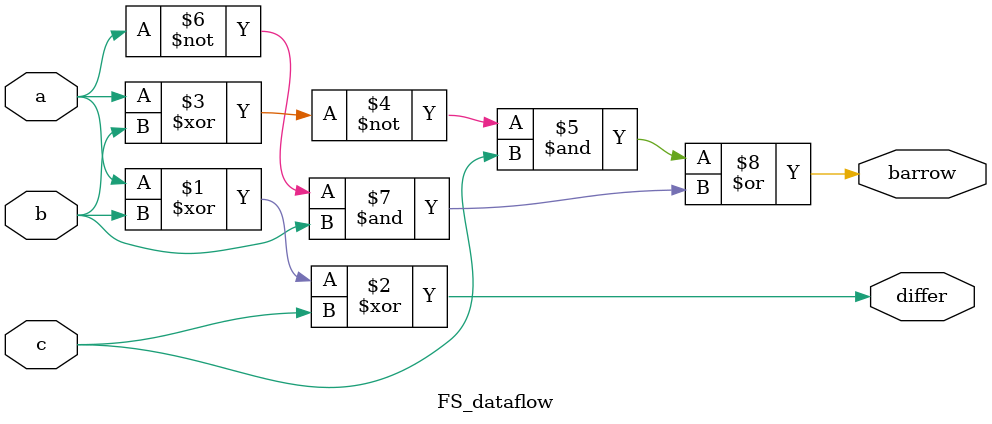
<source format=v>
`timescale 1ns / 1ps


module FS_dataflow(
    input a,
    input b,
    input c,
    output differ,
    output barrow
    );
    assign differ = (a^b)^c; 
    assign barrow = ~(a^b)&c | ~a&b;
endmodule

</source>
